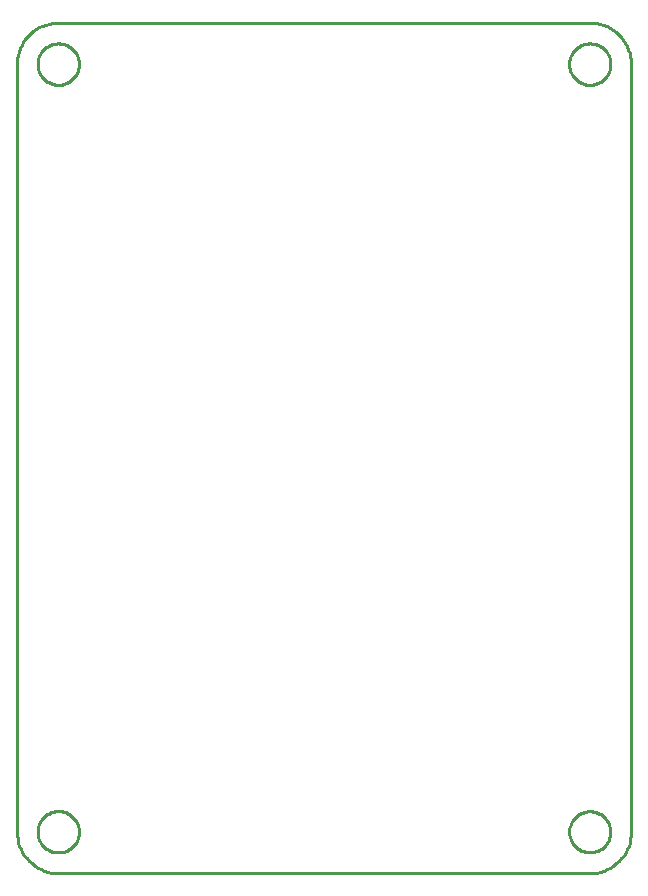
<source format=gbr>
G04 EAGLE Gerber RS-274X export*
G75*
%MOMM*%
%FSLAX34Y34*%
%LPD*%
%IN*%
%IPPOS*%
%AMOC8*
5,1,8,0,0,1.08239X$1,22.5*%
G01*
G04 Define Apertures*
%ADD10C,0.254000*%
D10*
X0Y35000D02*
X133Y31950D01*
X532Y28922D01*
X1193Y25941D01*
X2111Y23029D01*
X3279Y20208D01*
X4689Y17500D01*
X6330Y14925D01*
X8188Y12502D01*
X10251Y10251D01*
X12502Y8188D01*
X14925Y6330D01*
X17500Y4689D01*
X20208Y3279D01*
X23029Y2111D01*
X25941Y1193D01*
X28922Y532D01*
X31950Y133D01*
X35000Y0D01*
X485000Y0D01*
X488050Y133D01*
X491078Y532D01*
X494059Y1193D01*
X496971Y2111D01*
X499792Y3279D01*
X502500Y4689D01*
X505075Y6330D01*
X507498Y8188D01*
X509749Y10251D01*
X511812Y12502D01*
X513670Y14925D01*
X515311Y17500D01*
X516721Y20208D01*
X517889Y23029D01*
X518807Y25941D01*
X519468Y28922D01*
X519867Y31950D01*
X520000Y35000D01*
X520000Y35024D01*
X520000Y685409D01*
X519831Y688457D01*
X519397Y691480D01*
X518701Y694453D01*
X517749Y697354D01*
X516547Y700161D01*
X515106Y702852D01*
X513435Y705408D01*
X511548Y707808D01*
X509459Y710035D01*
X507184Y712071D01*
X504740Y713902D01*
X502145Y715512D01*
X499421Y716890D01*
X496586Y718025D01*
X493664Y718909D01*
X490675Y719535D01*
X487643Y719898D01*
X485000Y719998D01*
X33470Y719967D01*
X30429Y719700D01*
X27422Y719170D01*
X24473Y718379D01*
X21603Y717335D01*
X18836Y716044D01*
X16192Y714517D01*
X13691Y712766D01*
X11352Y710803D01*
X9193Y708644D01*
X7231Y706304D01*
X5480Y703803D01*
X3953Y701159D01*
X2663Y698391D01*
X1619Y695522D01*
X829Y692573D01*
X299Y689566D01*
X33Y686524D01*
X0Y685000D01*
X0Y35000D01*
X52500Y684427D02*
X52500Y685573D01*
X52425Y686716D01*
X52276Y687852D01*
X52052Y688976D01*
X51755Y690083D01*
X51387Y691168D01*
X50949Y692226D01*
X50442Y693254D01*
X49869Y694246D01*
X49232Y695199D01*
X48535Y696108D01*
X47779Y696969D01*
X46969Y697779D01*
X46108Y698535D01*
X45199Y699232D01*
X44246Y699869D01*
X43254Y700442D01*
X42226Y700949D01*
X41168Y701387D01*
X40083Y701755D01*
X38976Y702052D01*
X37852Y702276D01*
X36716Y702425D01*
X35573Y702500D01*
X34427Y702500D01*
X33284Y702425D01*
X32148Y702276D01*
X31024Y702052D01*
X29917Y701755D01*
X28832Y701387D01*
X27774Y700949D01*
X26746Y700442D01*
X25754Y699869D01*
X24801Y699232D01*
X23892Y698535D01*
X23031Y697779D01*
X22221Y696969D01*
X21465Y696108D01*
X20768Y695199D01*
X20131Y694246D01*
X19558Y693254D01*
X19051Y692226D01*
X18613Y691168D01*
X18245Y690083D01*
X17948Y688976D01*
X17725Y687852D01*
X17575Y686716D01*
X17500Y685573D01*
X17500Y684427D01*
X17575Y683284D01*
X17725Y682148D01*
X17948Y681024D01*
X18245Y679917D01*
X18613Y678832D01*
X19051Y677774D01*
X19558Y676746D01*
X20131Y675754D01*
X20768Y674801D01*
X21465Y673892D01*
X22221Y673031D01*
X23031Y672221D01*
X23892Y671465D01*
X24801Y670768D01*
X25754Y670131D01*
X26746Y669558D01*
X27774Y669051D01*
X28832Y668613D01*
X29917Y668245D01*
X31024Y667948D01*
X32148Y667725D01*
X33284Y667575D01*
X34427Y667500D01*
X35573Y667500D01*
X36716Y667575D01*
X37852Y667725D01*
X38976Y667948D01*
X40083Y668245D01*
X41168Y668613D01*
X42226Y669051D01*
X43254Y669558D01*
X44246Y670131D01*
X45199Y670768D01*
X46108Y671465D01*
X46969Y672221D01*
X47779Y673031D01*
X48535Y673892D01*
X49232Y674801D01*
X49869Y675754D01*
X50442Y676746D01*
X50949Y677774D01*
X51387Y678832D01*
X51755Y679917D01*
X52052Y681024D01*
X52276Y682148D01*
X52425Y683284D01*
X52500Y684427D01*
X52500Y34427D02*
X52500Y35573D01*
X52425Y36716D01*
X52276Y37852D01*
X52052Y38976D01*
X51755Y40083D01*
X51387Y41168D01*
X50949Y42226D01*
X50442Y43254D01*
X49869Y44246D01*
X49232Y45199D01*
X48535Y46108D01*
X47779Y46969D01*
X46969Y47779D01*
X46108Y48535D01*
X45199Y49232D01*
X44246Y49869D01*
X43254Y50442D01*
X42226Y50949D01*
X41168Y51387D01*
X40083Y51755D01*
X38976Y52052D01*
X37852Y52276D01*
X36716Y52425D01*
X35573Y52500D01*
X34427Y52500D01*
X33284Y52425D01*
X32148Y52276D01*
X31024Y52052D01*
X29917Y51755D01*
X28832Y51387D01*
X27774Y50949D01*
X26746Y50442D01*
X25754Y49869D01*
X24801Y49232D01*
X23892Y48535D01*
X23031Y47779D01*
X22221Y46969D01*
X21465Y46108D01*
X20768Y45199D01*
X20131Y44246D01*
X19558Y43254D01*
X19051Y42226D01*
X18613Y41168D01*
X18245Y40083D01*
X17948Y38976D01*
X17725Y37852D01*
X17575Y36716D01*
X17500Y35573D01*
X17500Y34427D01*
X17575Y33284D01*
X17725Y32148D01*
X17948Y31024D01*
X18245Y29917D01*
X18613Y28832D01*
X19051Y27774D01*
X19558Y26746D01*
X20131Y25754D01*
X20768Y24801D01*
X21465Y23892D01*
X22221Y23031D01*
X23031Y22221D01*
X23892Y21465D01*
X24801Y20768D01*
X25754Y20131D01*
X26746Y19558D01*
X27774Y19051D01*
X28832Y18613D01*
X29917Y18245D01*
X31024Y17948D01*
X32148Y17725D01*
X33284Y17575D01*
X34427Y17500D01*
X35573Y17500D01*
X36716Y17575D01*
X37852Y17725D01*
X38976Y17948D01*
X40083Y18245D01*
X41168Y18613D01*
X42226Y19051D01*
X43254Y19558D01*
X44246Y20131D01*
X45199Y20768D01*
X46108Y21465D01*
X46969Y22221D01*
X47779Y23031D01*
X48535Y23892D01*
X49232Y24801D01*
X49869Y25754D01*
X50442Y26746D01*
X50949Y27774D01*
X51387Y28832D01*
X51755Y29917D01*
X52052Y31024D01*
X52276Y32148D01*
X52425Y33284D01*
X52500Y34427D01*
X502400Y34430D02*
X502400Y35570D01*
X502326Y36706D01*
X502177Y37836D01*
X501955Y38953D01*
X501660Y40054D01*
X501294Y41132D01*
X500858Y42185D01*
X500354Y43207D01*
X499784Y44193D01*
X499151Y45141D01*
X498458Y46044D01*
X497706Y46901D01*
X496901Y47706D01*
X496044Y48458D01*
X495141Y49151D01*
X494193Y49784D01*
X493207Y50354D01*
X492185Y50858D01*
X491132Y51294D01*
X490054Y51660D01*
X488953Y51955D01*
X487836Y52177D01*
X486706Y52326D01*
X485570Y52400D01*
X484430Y52400D01*
X483294Y52326D01*
X482164Y52177D01*
X481047Y51955D01*
X479946Y51660D01*
X478868Y51294D01*
X477815Y50858D01*
X476793Y50354D01*
X475807Y49784D01*
X474859Y49151D01*
X473956Y48458D01*
X473099Y47706D01*
X472294Y46901D01*
X471542Y46044D01*
X470849Y45141D01*
X470216Y44193D01*
X469646Y43207D01*
X469142Y42185D01*
X468707Y41132D01*
X468340Y40054D01*
X468045Y38953D01*
X467823Y37836D01*
X467675Y36706D01*
X467600Y35570D01*
X467600Y34430D01*
X467675Y33294D01*
X467823Y32164D01*
X468045Y31047D01*
X468340Y29946D01*
X468707Y28868D01*
X469142Y27815D01*
X469646Y26793D01*
X470216Y25807D01*
X470849Y24859D01*
X471542Y23956D01*
X472294Y23099D01*
X473099Y22294D01*
X473956Y21542D01*
X474859Y20849D01*
X475807Y20216D01*
X476793Y19646D01*
X477815Y19142D01*
X478868Y18707D01*
X479946Y18340D01*
X481047Y18045D01*
X482164Y17823D01*
X483294Y17675D01*
X484430Y17600D01*
X485570Y17600D01*
X486706Y17675D01*
X487836Y17823D01*
X488953Y18045D01*
X490054Y18340D01*
X491132Y18707D01*
X492185Y19142D01*
X493207Y19646D01*
X494193Y20216D01*
X495141Y20849D01*
X496044Y21542D01*
X496901Y22294D01*
X497706Y23099D01*
X498458Y23956D01*
X499151Y24859D01*
X499784Y25807D01*
X500354Y26793D01*
X500858Y27815D01*
X501294Y28868D01*
X501660Y29946D01*
X501955Y31047D01*
X502177Y32164D01*
X502326Y33294D01*
X502400Y34430D01*
X502502Y684425D02*
X502502Y685571D01*
X502427Y686714D01*
X502278Y687850D01*
X502054Y688974D01*
X501758Y690080D01*
X501390Y691165D01*
X500951Y692224D01*
X500444Y693251D01*
X499871Y694244D01*
X499235Y695196D01*
X498537Y696105D01*
X497782Y696967D01*
X496972Y697777D01*
X496110Y698533D01*
X495201Y699230D01*
X494249Y699867D01*
X493256Y700439D01*
X492229Y700946D01*
X491170Y701385D01*
X490085Y701753D01*
X488978Y702050D01*
X487855Y702273D01*
X486719Y702423D01*
X485575Y702498D01*
X484430Y702498D01*
X483286Y702423D01*
X482150Y702273D01*
X481026Y702050D01*
X479920Y701753D01*
X478835Y701385D01*
X477776Y700946D01*
X476749Y700439D01*
X475756Y699867D01*
X474804Y699230D01*
X473895Y698533D01*
X473033Y697777D01*
X472223Y696967D01*
X471467Y696105D01*
X470770Y695196D01*
X470133Y694244D01*
X469561Y693251D01*
X469054Y692224D01*
X468615Y691165D01*
X468247Y690080D01*
X467950Y688974D01*
X467727Y687850D01*
X467577Y686714D01*
X467502Y685571D01*
X467502Y684425D01*
X467577Y683281D01*
X467727Y682145D01*
X467950Y681022D01*
X468247Y679915D01*
X468615Y678830D01*
X469054Y677771D01*
X469561Y676744D01*
X470133Y675751D01*
X470770Y674799D01*
X471467Y673890D01*
X472223Y673028D01*
X473033Y672218D01*
X473895Y671463D01*
X474804Y670765D01*
X475756Y670129D01*
X476749Y669556D01*
X477776Y669049D01*
X478835Y668610D01*
X479920Y668242D01*
X481026Y667946D01*
X482150Y667722D01*
X483286Y667573D01*
X484430Y667498D01*
X485575Y667498D01*
X486719Y667573D01*
X487855Y667722D01*
X488978Y667946D01*
X490085Y668242D01*
X491170Y668610D01*
X492229Y669049D01*
X493256Y669556D01*
X494249Y670129D01*
X495201Y670765D01*
X496110Y671463D01*
X496972Y672218D01*
X497782Y673028D01*
X498537Y673890D01*
X499235Y674799D01*
X499871Y675751D01*
X500444Y676744D01*
X500951Y677771D01*
X501390Y678830D01*
X501758Y679915D01*
X502054Y681022D01*
X502278Y682145D01*
X502427Y683281D01*
X502502Y684425D01*
M02*

</source>
